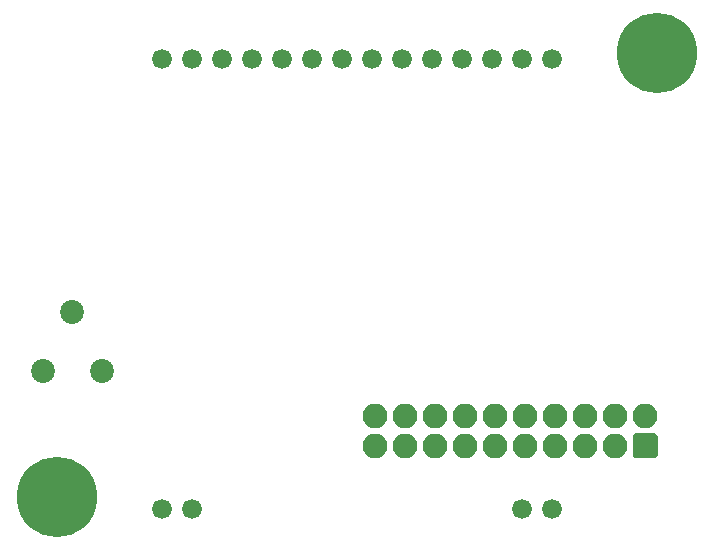
<source format=gbs>
G04 #@! TF.GenerationSoftware,KiCad,Pcbnew,(5.1.12-1-10_14)*
G04 #@! TF.CreationDate,2023-01-20T22:26:28+01:00*
G04 #@! TF.ProjectId,dogs102,646f6773-3130-4322-9e6b-696361645f70,rev?*
G04 #@! TF.SameCoordinates,Original*
G04 #@! TF.FileFunction,Soldermask,Bot*
G04 #@! TF.FilePolarity,Negative*
%FSLAX46Y46*%
G04 Gerber Fmt 4.6, Leading zero omitted, Abs format (unit mm)*
G04 Created by KiCad (PCBNEW (5.1.12-1-10_14)) date 2023-01-20 22:26:28*
%MOMM*%
%LPD*%
G01*
G04 APERTURE LIST*
%ADD10C,1.680000*%
%ADD11C,2.020000*%
%ADD12O,2.100000X2.100000*%
%ADD13C,1.200000*%
%ADD14C,6.800000*%
G04 APERTURE END LIST*
D10*
X163576000Y-86360000D03*
X161036000Y-86360000D03*
X158496000Y-86360000D03*
X155956000Y-86360000D03*
X153416000Y-86360000D03*
X150876000Y-86360000D03*
X148336000Y-86360000D03*
X145796000Y-86360000D03*
X143256000Y-86360000D03*
X140716000Y-86360000D03*
X138176000Y-86360000D03*
X135636000Y-86360000D03*
X133096000Y-86360000D03*
X130556000Y-86360000D03*
X161036000Y-124460000D03*
X163576000Y-124460000D03*
X133096000Y-124460000D03*
X130556000Y-124460000D03*
D11*
X125460000Y-112800000D03*
X122960000Y-107800000D03*
X120460000Y-112800000D03*
D12*
X148590000Y-116586000D03*
X148590000Y-119126000D03*
X151130000Y-116586000D03*
X151130000Y-119126000D03*
X153670000Y-116586000D03*
X153670000Y-119126000D03*
X156210000Y-116586000D03*
X156210000Y-119126000D03*
X158750000Y-116586000D03*
X158750000Y-119126000D03*
X161290000Y-116586000D03*
X161290000Y-119126000D03*
X163830000Y-116586000D03*
X163830000Y-119126000D03*
X166370000Y-116586000D03*
X166370000Y-119126000D03*
X168910000Y-116586000D03*
X168910000Y-119126000D03*
X171450000Y-116586000D03*
G36*
G01*
X172300000Y-120176000D02*
X170600000Y-120176000D01*
G75*
G02*
X170400000Y-119976000I0J200000D01*
G01*
X170400000Y-118276000D01*
G75*
G02*
X170600000Y-118076000I200000J0D01*
G01*
X172300000Y-118076000D01*
G75*
G02*
X172500000Y-118276000I0J-200000D01*
G01*
X172500000Y-119976000D01*
G75*
G02*
X172300000Y-120176000I-200000J0D01*
G01*
G37*
D13*
X174163056Y-84154944D03*
X172466000Y-83452000D03*
X170768944Y-84154944D03*
X170066000Y-85852000D03*
X170768944Y-87549056D03*
X172466000Y-88252000D03*
X174163056Y-87549056D03*
X174866000Y-85852000D03*
D14*
X172466000Y-85852000D03*
D13*
X123363056Y-121746944D03*
X121666000Y-121044000D03*
X119968944Y-121746944D03*
X119266000Y-123444000D03*
X119968944Y-125141056D03*
X121666000Y-125844000D03*
X123363056Y-125141056D03*
X124066000Y-123444000D03*
D14*
X121666000Y-123444000D03*
M02*

</source>
